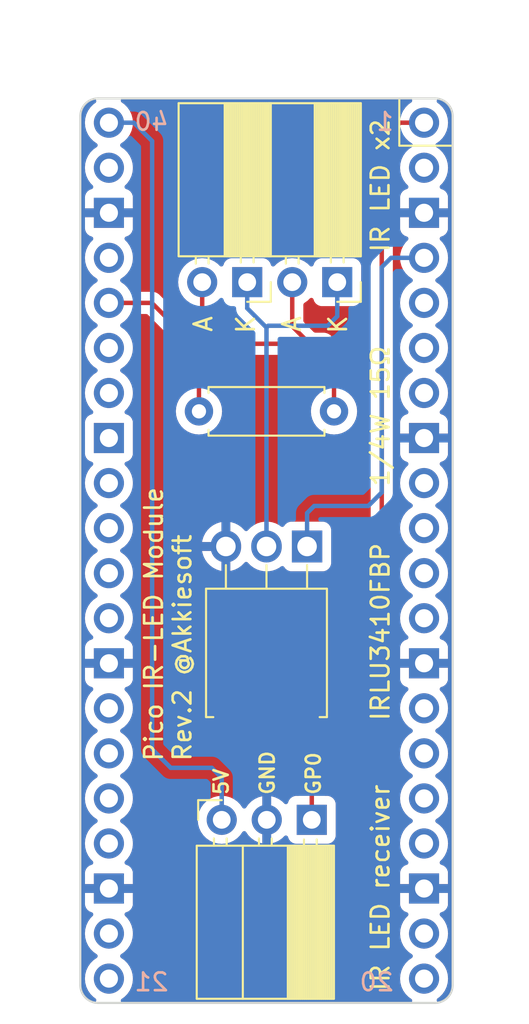
<source format=kicad_pcb>
(kicad_pcb (version 20240108) (generator "pcbnew") (generator_version "8.0")
  (layers (0 "F.Cu" signal) (31 "B.Cu" signal) (34 "B.Paste" user) (35 "F.Paste" user) (36 "B.SilkS" user "B.Silkscreen") (37 "F.SilkS" user "F.Silkscreen") (38 "B.Mask" user) (39 "F.Mask" user) (44 "Edge.Cuts" user))
  (net 0 "")
  (net 1 "Net-(D1-K)")
  (net 2 "Net-(D1-A)")
  (net 3 "Net-(Q1-G)")
  (net 4 "GND")
  (net 5 "+3V3")
  (net 6 "Net-(U1-GPIO0)")
  (net 31 "GNDA")
  (net 36 "+5V")
  (footprint "Package_TO_SOT_THT:TO-251-3-1EP_Horizontal_TabDown" (layer "F.Cu") (at 90.275 83.82 180)
    (property "Reference" "Q1" (hide yes))
    (property "Value" "Q_NMOS_GDS")
    (fp_line (start 5.7 -9.62) (end 5.7 -2.38) (stroke (width 0.12)) (layer "F.SilkS"))
    (fp_line (start 5.291 -9.62) (end 5.7 -9.62) (stroke (width 0.12)) (layer "F.SilkS"))
    (fp_line (start 4.58 -2.38) (end 4.58 -1.05) (stroke (width 0.12)) (layer "F.SilkS"))
    (fp_line (start 2.29 -2.38) (end 2.29 -1.05) (stroke (width 0.12)) (layer "F.SilkS"))
    (fp_line (start 0 -2.38) (end 0 -1.05) (stroke (width 0.12)) (layer "F.SilkS"))
    (fp_line (start -1.12 -2.38) (end 5.7 -2.38) (stroke (width 0.12)) (layer "F.SilkS"))
    (fp_line (start -1.12 -9.62) (end -0.711 -9.62) (stroke (width 0.12)) (layer "F.SilkS"))
    (fp_line (start -1.12 -9.62) (end -1.12 -2.38) (stroke (width 0.12)) (layer "F.SilkS"))
    (pad "1" thru_hole rect (at 0 0 180) (size 1.7175 1.8) (drill 1.1) (layers "*.Cu" "*.Mask") (net 3 "Net-(Q1-G)"))
    (pad "2" thru_hole oval (at 2.29 0 180) (size 1.7175 1.8) (drill 1.1) (layers "*.Cu" "*.Mask") (net 1 "Net-(D1-K)"))
    (pad "3" thru_hole oval (at 4.58 0 180) (size 1.7175 1.8) (drill 1.1) (layers "*.Cu" "*.Mask") (net 4 "GND"))
    (pad "4" smd rect (at 2.29 -7.433333 180) (size 5.7 6.2) (layers "F.Cu" "F.Paste" "F.Mask"))
  )
  (footprint "Resistor_THT:R_Axial_DIN0207_L6.3mm_D2.5mm_P7.62mm_Horizontal" (layer "F.Cu") (at 84.175 76.2)
    (property "Reference" "R1" (hide yes))
    (property "Value" "R")
    (fp_line (start 0.54 -1.37) (end 7.08 -1.37) (stroke (width 0.12)) (layer "F.SilkS"))
    (fp_line (start 0.54 -1.04) (end 0.54 -1.37) (stroke (width 0.12)) (layer "F.SilkS"))
    (fp_line (start 0.54 1.04) (end 0.54 1.37) (stroke (width 0.12)) (layer "F.SilkS"))
    (fp_line (start 0.54 1.37) (end 7.08 1.37) (stroke (width 0.12)) (layer "F.SilkS"))
    (fp_line (start 7.08 -1.37) (end 7.08 -1.04) (stroke (width 0.12)) (layer "F.SilkS"))
    (fp_line (start 7.08 1.37) (end 7.08 1.04) (stroke (width 0.12)) (layer "F.SilkS"))
    (pad "1" thru_hole circle (at 0 0) (size 1.6 1.6) (drill 0.8) (layers "*.Cu" "*.Mask") (net 5 "+3V3"))
    (pad "2" thru_hole oval (at 7.62 0) (size 1.6 1.6) (drill 0.8) (layers "*.Cu" "*.Mask") (net 2 "Net-(D1-A)"))
  )
  (footprint "Connector_PinSocket_2.54mm:PinSocket_1x02_P2.54mm_Horizontal" (layer "F.Cu") (at 91.978 68.916 -90)
    (property "Reference" "D1" (hide yes))
    (property "Value" "LED")
    (fp_line (start -10.09 3.87) (end -1.46 3.87) (stroke (width 0.12)) (layer "F.SilkS"))
    (fp_line (start -1.46 2.9) (end -1.05 2.9) (stroke (width 0.12)) (layer "F.SilkS"))
    (fp_line (start -1.46 2.18) (end -1.05 2.18) (stroke (width 0.12)) (layer "F.SilkS"))
    (fp_line (start -10.09 1.27) (end -1.46 1.27) (stroke (width 0.12)) (layer "F.SilkS"))
    (fp_line (start -10.09 1.1519) (end -1.46 1.1519) (stroke (width 0.12)) (layer "F.SilkS"))
    (fp_line (start -10.09 1.033805) (end -1.46 1.033805) (stroke (width 0.12)) (layer "F.SilkS"))
    (fp_line (start -10.09 0.91571) (end -1.46 0.91571) (stroke (width 0.12)) (layer "F.SilkS"))
    (fp_line (start -10.09 0.797615) (end -1.46 0.797615) (stroke (width 0.12)) (layer "F.SilkS"))
    (fp_line (start -10.09 0.67952) (end -1.46 0.67952) (stroke (width 0.12)) (layer "F.SilkS"))
    (fp_line (start -10.09 0.561425) (end -1.46 0.561425) (stroke (width 0.12)) (layer "F.SilkS"))
    (fp_line (start -10.09 0.44333) (end -1.46 0.44333) (stroke (width 0.12)) (layer "F.SilkS"))
    (fp_line (start -1.46 0.36) (end -1.11 0.36) (stroke (width 0.12)) (layer "F.SilkS"))
    (fp_line (start -10.09 0.325235) (end -1.46 0.325235) (stroke (width 0.12)) (layer "F.SilkS"))
    (fp_line (start -10.09 0.20714) (end -1.46 0.20714) (stroke (width 0.12)) (layer "F.SilkS"))
    (fp_line (start -10.09 0.089045) (end -1.46 0.089045) (stroke (width 0.12)) (layer "F.SilkS"))
    (fp_line (start -10.09 -0.02905) (end -1.46 -0.02905) (stroke (width 0.12)) (layer "F.SilkS"))
    (fp_line (start -10.09 -0.147145) (end -1.46 -0.147145) (stroke (width 0.12)) (layer "F.SilkS"))
    (fp_line (start -10.09 -0.26524) (end -1.46 -0.26524) (stroke (width 0.12)) (layer "F.SilkS"))
    (fp_line (start -1.46 -0.36) (end -1.11 -0.36) (stroke (width 0.12)) (layer "F.SilkS"))
    (fp_line (start -10.09 -0.383335) (end -1.46 -0.383335) (stroke (width 0.12)) (layer "F.SilkS"))
    (fp_line (start -10.09 -0.50143) (end -1.46 -0.50143) (stroke (width 0.12)) (layer "F.SilkS"))
    (fp_line (start -10.09 -0.619525) (end -1.46 -0.619525) (stroke (width 0.12)) (layer "F.SilkS"))
    (fp_line (start -10.09 -0.73762) (end -1.46 -0.73762) (stroke (width 0.12)) (layer "F.SilkS"))
    (fp_line (start -10.09 -0.855715) (end -1.46 -0.855715) (stroke (width 0.12)) (layer "F.SilkS"))
    (fp_line (start -10.09 -0.97381) (end -1.46 -0.97381) (stroke (width 0.12)) (layer "F.SilkS"))
    (fp_line (start -10.09 -1.091905) (end -1.46 -1.091905) (stroke (width 0.12)) (layer "F.SilkS"))
    (fp_line (start -10.09 -1.21) (end -1.46 -1.21) (stroke (width 0.12)) (layer "F.SilkS"))
    (fp_line (start -10.09 -1.33) (end -10.09 3.87) (stroke (width 0.12)) (layer "F.SilkS"))
    (fp_line (start -10.09 -1.33) (end -1.46 -1.33) (stroke (width 0.12)) (layer "F.SilkS"))
    (fp_line (start -1.46 -1.33) (end -1.46 3.87) (stroke (width 0.12)) (layer "F.SilkS"))
    (fp_line (start 0 -1.33) (end 1.11 -1.33) (stroke (width 0.12)) (layer "F.SilkS"))
    (fp_line (start 1.11 -1.33) (end 1.11 0) (stroke (width 0.12)) (layer "F.SilkS"))
    (pad "1" thru_hole rect (at 0 0 270) (size 1.7 1.7) (drill 1) (layers "*.Cu" "*.Mask") (net 1 "Net-(D1-K)"))
    (pad "2" thru_hole oval (at 0 2.54 270) (size 1.7 1.7) (drill 1) (layers "*.Cu" "*.Mask") (net 2 "Net-(D1-A)"))
  )
  (footprint "Connector_PinSocket_2.54mm:PinSocket_1x02_P2.54mm_Horizontal" (layer "F.Cu") (at 86.898 68.916 -90)
    (property "Reference" "D2" (hide yes))
    (property "Value" "LED")
    (fp_line (start -10.09 3.87) (end -1.46 3.87) (stroke (width 0.12)) (layer "F.SilkS"))
    (fp_line (start -1.46 2.9) (end -1.05 2.9) (stroke (width 0.12)) (layer "F.SilkS"))
    (fp_line (start -1.46 2.18) (end -1.05 2.18) (stroke (width 0.12)) (layer "F.SilkS"))
    (fp_line (start -10.09 1.27) (end -1.46 1.27) (stroke (width 0.12)) (layer "F.SilkS"))
    (fp_line (start -10.09 1.1519) (end -1.46 1.1519) (stroke (width 0.12)) (layer "F.SilkS"))
    (fp_line (start -10.09 1.033805) (end -1.46 1.033805) (stroke (width 0.12)) (layer "F.SilkS"))
    (fp_line (start -10.09 0.91571) (end -1.46 0.91571) (stroke (width 0.12)) (layer "F.SilkS"))
    (fp_line (start -10.09 0.797615) (end -1.46 0.797615) (stroke (width 0.12)) (layer "F.SilkS"))
    (fp_line (start -10.09 0.67952) (end -1.46 0.67952) (stroke (width 0.12)) (layer "F.SilkS"))
    (fp_line (start -10.09 0.561425) (end -1.46 0.561425) (stroke (width 0.12)) (layer "F.SilkS"))
    (fp_line (start -10.09 0.44333) (end -1.46 0.44333) (stroke (width 0.12)) (layer "F.SilkS"))
    (fp_line (start -1.46 0.36) (end -1.11 0.36) (stroke (width 0.12)) (layer "F.SilkS"))
    (fp_line (start -10.09 0.325235) (end -1.46 0.325235) (stroke (width 0.12)) (layer "F.SilkS"))
    (fp_line (start -10.09 0.20714) (end -1.46 0.20714) (stroke (width 0.12)) (layer "F.SilkS"))
    (fp_line (start -10.09 0.089045) (end -1.46 0.089045) (stroke (width 0.12)) (layer "F.SilkS"))
    (fp_line (start -10.09 -0.02905) (end -1.46 -0.02905) (stroke (width 0.12)) (layer "F.SilkS"))
    (fp_line (start -10.09 -0.147145) (end -1.46 -0.147145) (stroke (width 0.12)) (layer "F.SilkS"))
    (fp_line (start -10.09 -0.26524) (end -1.46 -0.26524) (stroke (width 0.12)) (layer "F.SilkS"))
    (fp_line (start -1.46 -0.36) (end -1.11 -0.36) (stroke (width 0.12)) (layer "F.SilkS"))
    (fp_line (start -10.09 -0.383335) (end -1.46 -0.383335) (stroke (width 0.12)) (layer "F.SilkS"))
    (fp_line (start -10.09 -0.50143) (end -1.46 -0.50143) (stroke (width 0.12)) (layer "F.SilkS"))
    (fp_line (start -10.09 -0.619525) (end -1.46 -0.619525) (stroke (width 0.12)) (layer "F.SilkS"))
    (fp_line (start -10.09 -0.73762) (end -1.46 -0.73762) (stroke (width 0.12)) (layer "F.SilkS"))
    (fp_line (start -10.09 -0.855715) (end -1.46 -0.855715) (stroke (width 0.12)) (layer "F.SilkS"))
    (fp_line (start -10.09 -0.97381) (end -1.46 -0.97381) (stroke (width 0.12)) (layer "F.SilkS"))
    (fp_line (start -10.09 -1.091905) (end -1.46 -1.091905) (stroke (width 0.12)) (layer "F.SilkS"))
    (fp_line (start -10.09 -1.21) (end -1.46 -1.21) (stroke (width 0.12)) (layer "F.SilkS"))
    (fp_line (start -10.09 -1.33) (end -10.09 3.87) (stroke (width 0.12)) (layer "F.SilkS"))
    (fp_line (start -10.09 -1.33) (end -1.46 -1.33) (stroke (width 0.12)) (layer "F.SilkS"))
    (fp_line (start -1.46 -1.33) (end -1.46 3.87) (stroke (width 0.12)) (layer "F.SilkS"))
    (fp_line (start 0 -1.33) (end 1.11 -1.33) (stroke (width 0.12)) (layer "F.SilkS"))
    (fp_line (start 1.11 -1.33) (end 1.11 0) (stroke (width 0.12)) (layer "F.SilkS"))
    (pad "1" thru_hole rect (at 0 0 270) (size 1.7 1.7) (drill 1) (layers "*.Cu" "*.Mask") (net 1 "Net-(D1-K)"))
    (pad "2" thru_hole oval (at 0 2.54 270) (size 1.7 1.7) (drill 1) (layers "*.Cu" "*.Mask") (net 2 "Net-(D1-A)"))
  )
  (footprint "Connector_PinSocket_2.54mm:PinSocket_1x03_P2.54mm_Horizontal" (layer "F.Cu") (at 85.46 99.232 90)
    (property "Reference" "U2" (hide yes))
    (property "Value" "TSDP341xx")
    (fp_line (start -10.09 -1.41) (end -1.46 -1.41) (stroke (width 0.12)) (layer "F.SilkS"))
    (fp_line (start 1.11 -1.33) (end 1.11 0) (stroke (width 0.12)) (layer "F.SilkS"))
    (fp_line (start 0 -1.33) (end 1.11 -1.33) (stroke (width 0.12)) (layer "F.SilkS"))
    (fp_line (start -1.46 -0.44) (end -1.05 -0.44) (stroke (width 0.12)) (layer "F.SilkS"))
    (fp_line (start -1.46 0.28) (end -1.05 0.28) (stroke (width 0.12)) (layer "F.SilkS"))
    (fp_line (start -10.09 1.19) (end -1.46 1.19) (stroke (width 0.12)) (layer "F.SilkS"))
    (fp_line (start -1.46 2.1) (end -1.05 2.1) (stroke (width 0.12)) (layer "F.SilkS"))
    (fp_line (start -1.46 2.82) (end -1.05 2.82) (stroke (width 0.12)) (layer "F.SilkS"))
    (fp_line (start -10.09 3.73) (end -1.46 3.73) (stroke (width 0.12)) (layer "F.SilkS"))
    (fp_line (start -10.09 3.8481) (end -1.46 3.8481) (stroke (width 0.12)) (layer "F.SilkS"))
    (fp_line (start -10.09 3.966195) (end -1.46 3.966195) (stroke (width 0.12)) (layer "F.SilkS"))
    (fp_line (start -10.09 4.08429) (end -1.46 4.08429) (stroke (width 0.12)) (layer "F.SilkS"))
    (fp_line (start -10.09 4.202385) (end -1.46 4.202385) (stroke (width 0.12)) (layer "F.SilkS"))
    (fp_line (start -10.09 4.32048) (end -1.46 4.32048) (stroke (width 0.12)) (layer "F.SilkS"))
    (fp_line (start -10.09 4.438575) (end -1.46 4.438575) (stroke (width 0.12)) (layer "F.SilkS"))
    (fp_line (start -10.09 4.55667) (end -1.46 4.55667) (stroke (width 0.12)) (layer "F.SilkS"))
    (fp_line (start -1.46 4.64) (end -1.11 4.64) (stroke (width 0.12)) (layer "F.SilkS"))
    (fp_line (start -10.09 4.674765) (end -1.46 4.674765) (stroke (width 0.12)) (layer "F.SilkS"))
    (fp_line (start -10.09 4.79286) (end -1.46 4.79286) (stroke (width 0.12)) (layer "F.SilkS"))
    (fp_line (start -10.09 4.910955) (end -1.46 4.910955) (stroke (width 0.12)) (layer "F.SilkS"))
    (fp_line (start -10.09 5.02905) (end -1.46 5.02905) (stroke (width 0.12)) (layer "F.SilkS"))
    (fp_line (start -10.09 5.147145) (end -1.46 5.147145) (stroke (width 0.12)) (layer "F.SilkS"))
    (fp_line (start -10.09 5.26524) (end -1.46 5.26524) (stroke (width 0.12)) (layer "F.SilkS"))
    (fp_line (start -1.46 5.36) (end -1.11 5.36) (stroke (width 0.12)) (layer "F.SilkS"))
    (fp_line (start -10.09 5.383335) (end -1.46 5.383335) (stroke (width 0.12)) (layer "F.SilkS"))
    (fp_line (start -10.09 5.50143) (end -1.46 5.50143) (stroke (width 0.12)) (layer "F.SilkS"))
    (fp_line (start -10.09 5.619525) (end -1.46 5.619525) (stroke (width 0.12)) (layer "F.SilkS"))
    (fp_line (start -10.09 5.73762) (end -1.46 5.73762) (stroke (width 0.12)) (layer "F.SilkS"))
    (fp_line (start -10.09 5.855715) (end -1.46 5.855715) (stroke (width 0.12)) (layer "F.SilkS"))
    (fp_line (start -10.09 5.97381) (end -1.46 5.97381) (stroke (width 0.12)) (layer "F.SilkS"))
    (fp_line (start -10.09 6.091905) (end -1.46 6.091905) (stroke (width 0.12)) (layer "F.SilkS"))
    (fp_line (start -10.09 6.21) (end -1.46 6.21) (stroke (width 0.12)) (layer "F.SilkS"))
    (fp_line (start -1.46 6.33) (end -1.46 -1.41) (stroke (width 0.12)) (layer "F.SilkS"))
    (fp_line (start -10.09 6.33) (end -10.09 -1.41) (stroke (width 0.12)) (layer "F.SilkS"))
    (fp_line (start -10.09 6.33) (end -1.46 6.33) (stroke (width 0.12)) (layer "F.SilkS"))
    (pad "1" thru_hole rect (at 0 5.08 90) (size 1.7 1.7) (drill 1) (layers "*.Cu" "*.Mask") (net 6 "Net-(U1-GPIO0)"))
    (pad "2" thru_hole oval (at 0 2.54 90) (size 1.7 1.7) (drill 1) (layers "*.Cu" "*.Mask") (net 4 "GND"))
    (pad "3" thru_hole circle (at 0 0 90) (size 1.7 1.7) (drill 1) (layers "*.Cu" "*.Mask") (net 36 "+5V"))
  )
  (footprint "Pico:RPi_Pico_SMD_TH" (layer "B.Cu") (at 87.985 84.055 180)
    (property "Reference" "U1" (hide yes))
    (property "Value" "Pico")
    (fp_line (start -7.493 22.833) (end -7.493 25.5) (stroke (width 0.12)) (layer "F.SilkS"))
    (fp_line (start -10.5 22.833) (end -7.493 22.833) (stroke (width 0.12)) (layer "F.SilkS"))
    (fp_line (start 10.5 24.5) (end 10.5 -24.5) (stroke (width 0.12)) (layer "Edge.Cuts"))
    (fp_line (start 9.5 -25.5) (end -9.5 -25.5) (stroke (width 0.12)) (layer "Edge.Cuts"))
    (fp_line (start -9.5 25.5) (end 9.5 25.5) (stroke (width 0.12)) (layer "Edge.Cuts"))
    (fp_line (start -10.5 24.5) (end -10.5 -24.5) (stroke (width 0.12)) (layer "Edge.Cuts"))
    (fp_arc (start 10.5 24.5) (mid 10.207107 25.207107) (end 9.5 25.5) (stroke (width 0.12)) (layer "Edge.Cuts"))
    (fp_arc (start 9.5 -25.5) (mid 10.207107 -25.207107) (end 10.5 -24.5) (stroke (width 0.12)) (layer "Edge.Cuts"))
    (fp_arc (start -9.5 25.5) (mid -10.207106 25.207106) (end -10.5 24.5) (stroke (width 0.12)) (layer "Edge.Cuts"))
    (fp_arc (start -10.5 -24.5) (mid -10.207106 -25.207106) (end -9.5 -25.5) (stroke (width 0.12)) (layer "Edge.Cuts"))
    (pad "1" thru_hole oval (at -8.89 24.13 180) (size 1.7 1.7) (drill 1.02) (layers "*.Cu" "*.Mask") (net 6 "Net-(U1-GPIO0)"))
    (pad "2" thru_hole oval (at -8.89 21.59 180) (size 1.7 1.7) (drill 1.02) (layers "*.Cu" "*.Mask"))
    (pad "3" thru_hole rect (at -8.89 19.05 180) (size 1.7 1.7) (drill 1.02) (layers "*.Cu" "*.Mask") (net 4 "GND"))
    (pad "4" thru_hole oval (at -8.89 16.51 180) (size 1.7 1.7) (drill 1.02) (layers "*.Cu" "*.Mask") (net 3 "Net-(Q1-G)"))
    (pad "5" thru_hole oval (at -8.89 13.97 180) (size 1.7 1.7) (drill 1.02) (layers "*.Cu" "*.Mask"))
    (pad "6" thru_hole oval (at -8.89 11.43 180) (size 1.7 1.7) (drill 1.02) (layers "*.Cu" "*.Mask"))
    (pad "7" thru_hole oval (at -8.89 8.89 180) (size 1.7 1.7) (drill 1.02) (layers "*.Cu" "*.Mask"))
    (pad "8" thru_hole rect (at -8.89 6.35 180) (size 1.7 1.7) (drill 1.02) (layers "*.Cu" "*.Mask") (net 4 "GND"))
    (pad "9" thru_hole oval (at -8.89 3.81 180) (size 1.7 1.7) (drill 1.02) (layers "*.Cu" "*.Mask"))
    (pad "10" thru_hole oval (at -8.89 1.27 180) (size 1.7 1.7) (drill 1.02) (layers "*.Cu" "*.Mask"))
    (pad "11" thru_hole oval (at -8.89 -1.27 180) (size 1.7 1.7) (drill 1.02) (layers "*.Cu" "*.Mask"))
    (pad "12" thru_hole oval (at -8.89 -3.81 180) (size 1.7 1.7) (drill 1.02) (layers "*.Cu" "*.Mask"))
    (pad "13" thru_hole rect (at -8.89 -6.35 180) (size 1.7 1.7) (drill 1.02) (layers "*.Cu" "*.Mask") (net 4 "GND"))
    (pad "14" thru_hole oval (at -8.89 -8.89 180) (size 1.7 1.7) (drill 1.02) (layers "*.Cu" "*.Mask"))
    (pad "15" thru_hole oval (at -8.89 -11.43 180) (size 1.7 1.7) (drill 1.02) (layers "*.Cu" "*.Mask"))
    (pad "16" thru_hole oval (at -8.89 -13.97 180) (size 1.7 1.7) (drill 1.02) (layers "*.Cu" "*.Mask"))
    (pad "17" thru_hole oval (at -8.89 -16.51 180) (size 1.7 1.7) (drill 1.02) (layers "*.Cu" "*.Mask"))
    (pad "18" thru_hole rect (at -8.89 -19.05 180) (size 1.7 1.7) (drill 1.02) (layers "*.Cu" "*.Mask") (net 4 "GND"))
    (pad "19" thru_hole oval (at -8.89 -21.59 180) (size 1.7 1.7) (drill 1.02) (layers "*.Cu" "*.Mask"))
    (pad "20" thru_hole oval (at -8.89 -24.13 180) (size 1.7 1.7) (drill 1.02) (layers "*.Cu" "*.Mask"))
    (pad "21" thru_hole oval (at 8.89 -24.13 180) (size 1.7 1.7) (drill 1.02) (layers "*.Cu" "*.Mask"))
    (pad "22" thru_hole oval (at 8.89 -21.59 180) (size 1.7 1.7) (drill 1.02) (layers "*.Cu" "*.Mask"))
    (pad "23" thru_hole rect (at 8.89 -19.05 180) (size 1.7 1.7) (drill 1.02) (layers "*.Cu" "*.Mask") (net 4 "GND"))
    (pad "24" thru_hole oval (at 8.89 -16.51 180) (size 1.7 1.7) (drill 1.02) (layers "*.Cu" "*.Mask"))
    (pad "25" thru_hole oval (at 8.89 -13.97 180) (size 1.7 1.7) (drill 1.02) (layers "*.Cu" "*.Mask"))
    (pad "26" thru_hole oval (at 8.89 -11.43 180) (size 1.7 1.7) (drill 1.02) (layers "*.Cu" "*.Mask"))
    (pad "27" thru_hole oval (at 8.89 -8.89 180) (size 1.7 1.7) (drill 1.02) (layers "*.Cu" "*.Mask"))
    (pad "28" thru_hole rect (at 8.89 -6.35 180) (size 1.7 1.7) (drill 1.02) (layers "*.Cu" "*.Mask") (net 4 "GND"))
    (pad "29" thru_hole oval (at 8.89 -3.81 180) (size 1.7 1.7) (drill 1.02) (layers "*.Cu" "*.Mask"))
    (pad "30" thru_hole oval (at 8.89 -1.27 180) (size 1.7 1.7) (drill 1.02) (layers "*.Cu" "*.Mask"))
    (pad "31" thru_hole oval (at 8.89 1.27 180) (size 1.7 1.7) (drill 1.02) (layers "*.Cu" "*.Mask"))
    (pad "32" thru_hole oval (at 8.89 3.81 180) (size 1.7 1.7) (drill 1.02) (layers "*.Cu" "*.Mask"))
    (pad "33" thru_hole rect (at 8.89 6.35 180) (size 1.7 1.7) (drill 1.02) (layers "*.Cu" "*.Mask") (net 31 "GNDA"))
    (pad "34" thru_hole oval (at 8.89 8.89 180) (size 1.7 1.7) (drill 1.02) (layers "*.Cu" "*.Mask"))
    (pad "35" thru_hole oval (at 8.89 11.43 180) (size 1.7 1.7) (drill 1.02) (layers "*.Cu" "*.Mask"))
    (pad "36" thru_hole oval (at 8.89 13.97 180) (size 1.7 1.7) (drill 1.02) (layers "*.Cu" "*.Mask") (net 5 "+3V3"))
    (pad "37" thru_hole oval (at 8.89 16.51 180) (size 1.7 1.7) (drill 1.02) (layers "*.Cu" "*.Mask"))
    (pad "38" thru_hole rect (at 8.89 19.05 180) (size 1.7 1.7) (drill 1.02) (layers "*.Cu" "*.Mask") (net 4 "GND"))
    (pad "39" thru_hole oval (at 8.89 21.59 180) (size 1.7 1.7) (drill 1.02) (layers "*.Cu" "*.Mask"))
    (pad "40" thru_hole oval (at 8.89 24.13 180) (size 1.7 1.7) (drill 1.02) (layers "*.Cu" "*.Mask") (net 36 "+5V"))
  )
  (gr_text "21" (at 82.55 108.966 0) (layer "B.SilkS") (effects (font (size 1 1)) (justify left bottom mirror)))
  (gr_text "1" (at 95.25 60.452 0) (layer "B.SilkS") (effects (font (size 1 1)) (justify left bottom mirror)))
  (gr_text "40" (at 82.55 60.452 0) (layer "B.SilkS") (effects (font (size 1 1)) (justify left bottom mirror)))
  (gr_text "20" (at 95.25 108.966 0) (layer "B.SilkS") (effects (font (size 1 1)) (justify left bottom mirror)))
  (gr_text "IR LED receiver" (at 94.996 108.966 90) (layer "F.SilkS") (effects (font (size 1 1)) (justify left bottom)))
  (gr_text "A" (at 90 71.8 90) (layer "F.SilkS") (effects (font (size 1 1)) (justify left bottom)))
  (gr_text "5V" (at 85.9 97.9 90) (layer "F.SilkS") (effects (font (size 0.8 0.8)) (justify left bottom)))
  (gr_text "K" (at 92.6 71.9 90) (layer "F.SilkS") (effects (font (size 1 1)) (justify left bottom)))
  (gr_text "1/4W 15Ω" (at 94.996 80.518 90) (layer "F.SilkS") (effects (font (size 1 1)) (justify left bottom)))
  (gr_text "Pico IR-LED Module\nRev.2 @Akkiesoft" (at 83.82 96.012 90) (layer "F.SilkS") (effects (font (size 1 1)) (justify left bottom)))
  (gr_text "GP0" (at 91.1 97.9 90) (layer "F.SilkS") (effects (font (size 0.8 0.8)) (justify left bottom)))
  (gr_text "IR LED x2" (at 94.996 67.31 90) (layer "F.SilkS") (effects (font (size 1 1)) (justify left bottom)))
  (gr_text "IRLU3410FBP" (at 94.996 93.726 90) (layer "F.SilkS") (effects (font (size 1 1)) (justify left bottom)))
  (gr_text "A" (at 85 71.8 90) (layer "F.SilkS") (effects (font (size 1 1)) (justify left bottom)))
  (gr_text "K" (at 87.4 71.9 90) (layer "F.SilkS") (effects (font (size 1 1)) (justify left bottom)))
  (gr_text "GND" (at 88.5 97.9 90) (layer "F.SilkS") (effects (font (size 0.8 0.8)) (justify left bottom)))
  (segment (start 86.898 70.388) (end 86.898 68.662) (width 0.25) (layer "B.Cu") (net 1))
  (segment (start 91.978 70.836) (end 91.44 71.374) (width 0.25) (layer "B.Cu") (net 1))
  (segment (start 91.978 68.662) (end 91.978 70.836) (width 0.25) (layer "B.Cu") (net 1))
  (segment (start 87.985 83.82) (end 87.985 71.475) (width 0.25) (layer "B.Cu") (net 1))
  (segment (start 91.44 71.374) (end 88.086 71.374) (width 0.25) (layer "B.Cu") (net 1))
  (segment (start 88.086 71.374) (end 87.985 71.475) (width 0.25) (layer "B.Cu") (net 1))
  (segment (start 87.985 71.475) (end 86.898 70.388) (width 0.25) (layer "B.Cu") (net 1))
  (segment (start 90.424 72.39) (end 91.186 72.39) (width 0.25) (layer "F.Cu") (net 2))
  (segment (start 90.297 72.263) (end 90.424 72.39) (width 0.25) (layer "F.Cu") (net 2))
  (segment (start 84.358 68.916) (end 84.358 71.344) (width 0.25) (layer "F.Cu") (net 2))
  (segment (start 90.17 72.39) (end 90.297 72.263) (width 0.25) (layer "F.Cu") (net 2))
  (segment (start 84.328 71.374) (end 85.344 72.39) (width 0.25) (layer "F.Cu") (net 2))
  (segment (start 89.438 71.404) (end 90.297 72.263) (width 0.25) (layer "F.Cu") (net 2))
  (segment (start 91.186 72.39) (end 91.795 72.999) (width 0.25) (layer "F.Cu") (net 2))
  (segment (start 84.358 71.344) (end 84.328 71.374) (width 0.25) (layer "F.Cu") (net 2))
  (segment (start 89.438 68.916) (end 89.438 71.404) (width 0.25) (layer "F.Cu") (net 2))
  (segment (start 85.344 72.39) (end 90.17 72.39) (width 0.25) (layer "F.Cu") (net 2))
  (segment (start 91.795 72.999) (end 91.795 76.2) (width 0.25) (layer "F.Cu") (net 2))
  (segment (start 93.726 81.534) (end 94.488 80.772) (width 0.25) (layer "B.Cu") (net 3))
  (segment (start 90.275 81.937) (end 90.678 81.534) (width 0.25) (layer "B.Cu") (net 3))
  (segment (start 94.488 68.072) (end 95.015 67.545) (width 0.25) (layer "B.Cu") (net 3))
  (segment (start 90.275 83.82) (end 90.275 81.937) (width 0.25) (layer "B.Cu") (net 3))
  (segment (start 95.015 67.545) (end 96.875 67.545) (width 0.25) (layer "B.Cu") (net 3))
  (segment (start 94.488 80.772) (end 94.488 68.072) (width 0.25) (layer "B.Cu") (net 3))
  (segment (start 90.678 81.534) (end 93.726 81.534) (width 0.25) (layer "B.Cu") (net 3))
  (segment (start 81.515 70.085) (end 79.095 70.085) (width 0.25) (layer "F.Cu") (net 5))
  (segment (start 84.175 76.2) (end 84.175 72.745) (width 0.25) (layer "F.Cu") (net 5))
  (segment (start 84.175 72.745) (end 81.515 70.085) (width 0.25) (layer "F.Cu") (net 5))
  (segment (start 94.488 60.96) (end 94.488 95.504) (width 0.25) (layer "F.Cu") (net 6))
  (segment (start 90.6 97) (end 90.6 96.8) (width 0.25) (layer "F.Cu") (net 6))
  (segment (start 91.134 96.266) (end 93.726 96.266) (width 0.25) (layer "F.Cu") (net 6))
  (segment (start 90.54 97.06) (end 90.6 97) (width 0.25) (layer "F.Cu") (net 6))
  (segment (start 90.54 99.232) (end 90.54 97.06) (width 0.25) (layer "F.Cu") (net 6))
  (segment (start 90.6 96.8) (end 91.134 96.266) (width 0.25) (layer "F.Cu") (net 6))
  (segment (start 96.875 59.925) (end 95.523 59.925) (width 0.25) (layer "F.Cu") (net 6))
  (segment (start 95.523 59.925) (end 94.488 60.96) (width 0.25) (layer "F.Cu") (net 6))
  (segment (start 94.488 95.504) (end 93.726 96.266) (width 0.25) (layer "F.Cu") (net 6))
  (segment (start 84.9 96.3) (end 82.584 96.3) (width 0.25) (layer "B.Cu") (net 36))
  (segment (start 80.499 59.925) (end 79.095 59.925) (width 0.25) (layer "B.Cu") (net 36))
  (segment (start 81.534 60.96) (end 80.499 59.925) (width 0.25) (layer "B.Cu") (net 36))
  (segment (start 82.584 96.3) (end 81.534 95.25) (width 0.25) (layer "B.Cu") (net 36))
  (segment (start 81.534 95.25) (end 81.534 60.96) (width 0.25) (layer "B.Cu") (net 36))
  (segment (start 85.46 99.232) (end 85.46 96.86) (width 0.25) (layer "B.Cu") (net 36))
  (segment (start 85.46 96.86) (end 84.9 96.3) (width 0.25) (layer "B.Cu") (net 36))
  (zone (net 4) (net_name "GND") (layers "F&B.Cu") (connect_pads (clearance 0.5)) (min_thickness 0.25) (fill yes (thermal_gap 0.5) (thermal_bridge_width 0.5))
    (polygon (pts (xy 76.2 57.15) (xy 99.822 57.15) (xy 99.822 110.744) (xy 75.946 110.744)))
  )
)
</source>
